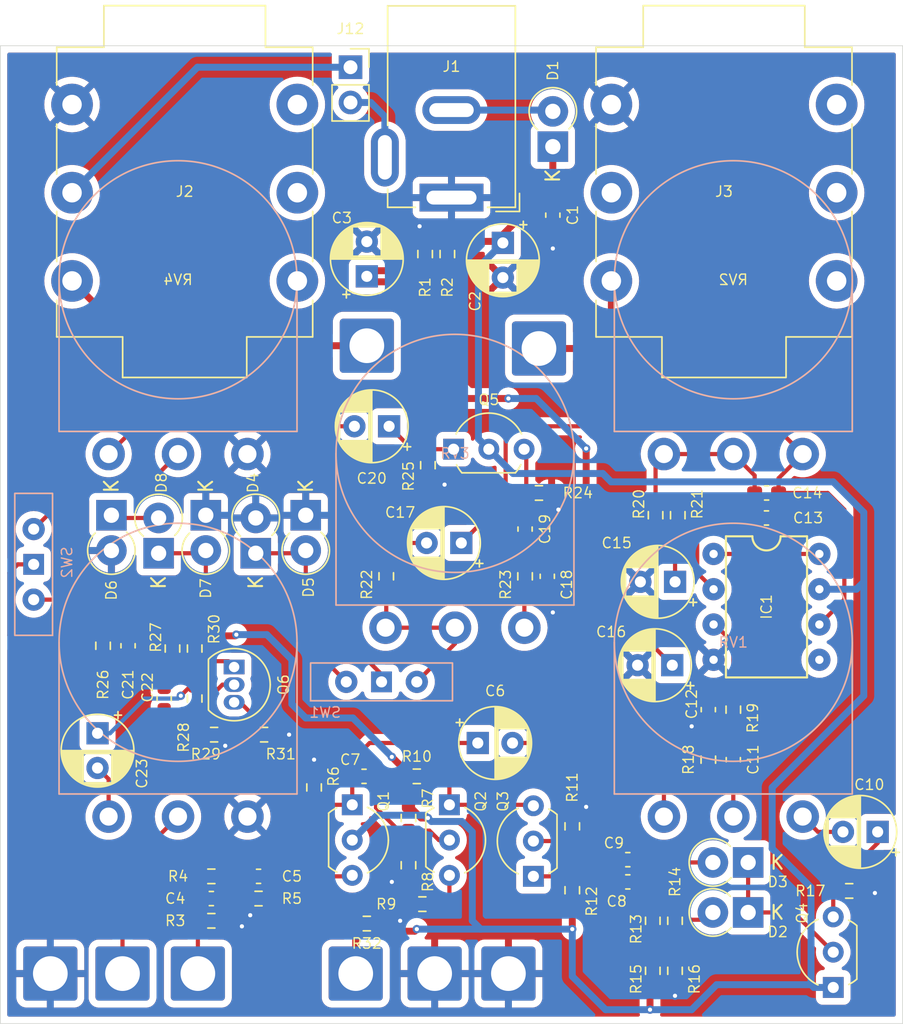
<source format=kicad_pcb>
(kicad_pcb (version 20240108) (generator "pcbnew") (generator_version "8.0")
  (layers (0 "F.Cu" signal) (1 "In1.Cu" signal) (2 "In2.Cu" signal) (31 "B.Cu" signal) (34 "B.Paste" user) (35 "F.Paste" user) (36 "B.SilkS" user "B.Silkscreen") (37 "F.SilkS" user "F.Silkscreen") (38 "B.Mask" user) (39 "F.Mask" user) (44 "Edge.Cuts" user))
  (net 0 "")
  (net 1 "+9V")
  (net 2 "GND")
  (net 3 "VCC")
  (net 4 "OCTAVE_IN")
  (net 5 "Net-(C5-Pad2)")
  (net 6 "Net-(Q1-G)")
  (net 7 "Net-(Q1-D)")
  (net 8 "Net-(C6-Pad2)")
  (net 9 "Net-(Q2-B)")
  (net 10 "Net-(Q3-E)")
  (net 11 "Net-(D2-A)")
  (net 12 "Net-(D3-A)")
  (net 13 "Net-(Q3-C)")
  (net 14 "Net-(C10-Pad2)")
  (net 15 "Net-(Q4-E)")
  (net 16 "DISTORTION_IN")
  (net 17 "Net-(C11-Pad1)")
  (net 18 "Net-(C12-Pad1)")
  (net 19 "Net-(C13-Pad2)")
  (net 20 "Net-(C13-Pad1)")
  (net 21 "Net-(C14-Pad2)")
  (net 22 "Net-(C14-Pad1)")
  (net 23 "Net-(C15-Pad1)")
  (net 24 "Net-(C16-Pad1)")
  (net 25 "Net-(C17-Pad2)")
  (net 26 "Net-(C18-Pad2)")
  (net 27 "Net-(Q5-G)")
  (net 28 "Net-(C20-Pad2)")
  (net 29 "Net-(Q5-D)")
  (net 30 "BOOST_IN")
  (net 31 "Net-(Q6-G)")
  (net 32 "Net-(C22-Pad1)")
  (net 33 "Net-(Q6-D)")
  (net 34 "Net-(C23-Pad2)")
  (net 35 "Net-(D1-A)")
  (net 36 "Net-(D2-K)")
  (net 37 "Net-(D4-K)")
  (net 38 "Net-(D6-K)")
  (net 39 "Net-(D7-A)")
  (net 40 "Net-(J12-Pin_2)")
  (net 41 "Net-(J12-Pin_1)")
  (net 42 "SIGNAL_INPUT")
  (net 43 "OUTPUT")
  (net 44 "OUTPUT_EFFECT")
  (net 45 "Net-(J9-Pin_1)")
  (net 46 "Net-(Q2-E)")
  (net 47 "Net-(Q2-C)")
  (net 48 "Net-(Q6-S)")
  (net 49 "Net-(R13-Pad2)")
  (net 50 "Net-(SW1-B)")
  (net 51 "Net-(R23-Pad1)")
  (net 52 "DISTORTION_OUT")
  (footprint "Capacitor_SMD:C_0603_1608Metric_Pad1.08x0.95mm_HandSolder" (layer "F.Cu") (at 127.6 81.4 -90)
    (property "Reference" "C22")
    (property "Value" "1u" (hide yes))
  )
  (footprint "Resistor_SMD:R_0603_1608Metric_Pad0.98x0.95mm_HandSolder" (layer "F.Cu") (at 148 49.4 -90)
    (property "Reference" "R2")
    (property "Value" "10k" (hide yes))
  )
  (footprint "Resistor_SMD:R_0603_1608Metric_Pad0.98x0.95mm_HandSolder" (layer "F.Cu") (at 164.4 101 -90)
    (property "Reference" "R16")
    (property "Value" "47k" (hide yes))
  )
  (footprint "Diode_THT:D_DO-41_SOD81_P2.54mm_Vertical_KathodeUp" (layer "F.Cu") (at 127.2 70.94 90)
    (property "Reference" "D8")
    (property "Value" "1N4148" (hide yes))
  )
  (footprint "Capacitor_THT:CP_Radial_D5.0mm_P2.50mm" (layer "F.Cu") (at 150.194888 84.6)
    (property "Reference" "C6")
    (property "Value" "1u" (hide yes))
  )
  (footprint "Resistor_SMD:R_0603_1608Metric_Pad0.98x0.95mm_HandSolder" (layer "F.Cu") (at 166.8 85.8 90)
    (property "Reference" "R18")
    (property "Value" "47k" (hide yes))
  )
  (footprint "Resistor_SMD:R_0603_1608Metric_Pad0.98x0.95mm_HandSolder" (layer "F.Cu") (at 131 94.2 180)
    (property "Reference" "R4")
    (property "Value" "1k" (hide yes))
  )
  (footprint "Package_TO_SOT_THT:TO-92_Inline" (layer "F.Cu") (at 132.640001 79.13 -90)
    (property "Reference" "Q6")
    (property "Value" "BS170" (hide yes))
  )
  (footprint "Resistor_SMD:R_0603_1608Metric_Pad0.98x0.95mm_HandSolder" (layer "F.Cu") (at 145.2 90 -90)
    (property "Reference" "R7")
    (property "Value" "470k" (hide yes))
  )
  (footprint "Capacitor_SMD:C_0603_1608Metric_Pad1.08x0.95mm_HandSolder" (layer "F.Cu") (at 142 87 180)
    (property "Reference" "C7")
    (property "Value" "100n" (hide yes))
  )
  (footprint "Resistor_SMD:R_0603_1608Metric_Pad0.98x0.95mm_HandSolder" (layer "F.Cu") (at 157 95.2 90)
    (property "Reference" "R12")
    (property "Value" "10k" (hide yes))
  )
  (footprint "Package_TO_SOT_THT:TO-92L_Inline_Wide" (layer "F.Cu") (at 154.2 94.2 90)
    (property "Reference" "Q3")
    (property "Value" "A970" (hide yes))
  )
  (footprint "Resistor_SMD:R_0603_1608Metric_Pad0.98x0.95mm_HandSolder" (layer "F.Cu") (at 129.8 81.4 90)
    (property "Reference" "R28")
    (property "Value" "470k" (hide yes))
  )
  (footprint "Diode_THT:D_DO-41_SOD81_P2.54mm_Vertical_KathodeUp" (layer "F.Cu") (at 169.668234 96.8 180)
    (property "Reference" "D2")
    (property "Value" "GE" (hide yes))
  )
  (footprint "Connector_Wire:SolderWire-2sqmm_1x01_D2mm_OD3.9mm" (layer "F.Cu") (at 119.4 101.2 90)
    (property "Reference" "J10" (hide yes))
    (property "Value" "Conn_01x01" (hide yes))
  )
  (footprint "Capacitor_SMD:C_0603_1608Metric_Pad1.08x0.95mm_HandSolder" (layer "F.Cu") (at 161 94.6 180)
    (property "Reference" "C8")
    (property "Value" "100n" (hide yes))
  )
  (footprint "Connector_Wire:SolderWire-2sqmm_1x01_D2mm_OD3.9mm" (layer "F.Cu") (at 154.6 56.2 90)
    (property "Reference" "J8" (hide yes))
    (property "Value" "Conn_01x01" (hide yes))
  )
  (footprint "Package_TO_SOT_THT:TO-92L_Inline_Wide" (layer "F.Cu") (at 175.8 102.2 90)
    (property "Reference" "Q4")
    (property "Value" "ZTX690B/BC547" (hide yes))
  )
  (footprint "Capacitor_SMD:C_0603_1608Metric_Pad1.08x0.95mm_HandSolder" (layer "F.Cu") (at 168.6 85.8 -90)
    (property "Reference" "C11")
    (property "Value" "22n" (hide yes))
  )
  (footprint "Capacitor_SMD:C_0603_1608Metric_Pad1.08x0.95mm_HandSolder" (layer "F.Cu") (at 155.6 46.6 -90)
    (property "Reference" "C1")
    (property "Value" "100n" (hide yes))
  )
  (footprint "Diode_THT:D_DO-41_SOD81_P2.54mm_Vertical_KathodeUp" (layer "F.Cu") (at 134.2 70.94 90)
    (property "Reference" "D4")
    (property "Value" "1N4148" (hide yes))
  )
  (footprint "Capacitor_THT:CP_Radial_D5.0mm_P2.50mm" (layer "F.Cu") (at 164.205112 79 180)
    (property "Reference" "C16")
    (property "Value" "2u2" (hide yes))
  )
  (footprint "Resistor_SMD:R_0603_1608Metric_Pad0.98x0.95mm_HandSolder" (layer "F.Cu") (at 163 68.2 90)
    (property "Reference" "R20")
    (property "Value" "47" (hide yes))
  )
  (footprint "Package_TO_SOT_THT:TO-92L_Inline_Wide" (layer "F.Cu") (at 148.15 89.05 -90)
    (property "Reference" "Q2")
    (property "Value" "ZTX690B/BC547" (hide yes))
  )
  (footprint "Connector_Wire:SolderWire-2sqmm_1x01_D2mm_OD3.9mm" (layer "F.Cu") (at 141.4 101.2 90)
    (property "Reference" "J9" (hide yes))
    (property "Value" "Conn_01x01" (hide yes))
  )
  (footprint "Resistor_SMD:R_0603_1608Metric_Pad0.98x0.95mm_HandSolder" (layer "F.Cu") (at 146.4 49.4 90)
    (property "Reference" "R1")
    (property "Value" "10k" (hide yes))
  )
  (footprint "Resistor_SMD:R_0603_1608Metric_Pad0.98x0.95mm_HandSolder" (layer "F.Cu") (at 129.8 77.8 90)
    (property "Reference" "R30")
    (property "Value" "10k" (hide yes))
  )
  (footprint "Capacitor_THT:CP_Radial_D5.0mm_P2.50mm" (layer "F.Cu") (at 143.805112 61.8 180)
    (property "Reference" "C20")
    (property "Value" "1u" (hide yes))
  )
  (footprint "Connector_Wire:SolderWire-2sqmm_1x01_D2mm_OD3.9mm" (layer "F.Cu") (at 147.085714 101.2 90)
    (property "Reference" "J11" (hide yes))
    (property "Value" "Conn_01x01" (hide yes))
  )
  (footprint "Resistor_SMD:R_0603_1608Metric_Pad0.98x0.95mm_HandSolder" (layer "F.Cu") (at 146.6 64.6 -90)
    (property "Reference" "R25")
    (property "Value" "10k" (hide yes))
  )
  (footprint "Connector_Wire:SolderWire-2sqmm_1x01_D2mm_OD3.9mm" (layer "F.Cu") (at 130.028572 101.2 90)
    (property "Reference" "J6" (hide yes))
    (property "Value" "Conn_01x01" (hide yes))
  )
  (footprint "Capacitor_SMD:C_0603_1608Metric_Pad1.08x0.95mm_HandSolder" (layer "F.Cu") (at 153.6 69.2 -90)
    (property "Reference" "C19")
    (property "Value" "22n" (hide yes))
  )
  (footprint "Resistor_SMD:R_0603_1608Metric_Pad0.98x0.95mm_HandSolder" (layer "F.Cu") (at 168.6 82.2 90)
    (property "Reference" "R19")
    (property "Value" "1k" (hide yes))
  )
  (footprint "Resistor_SMD:R_0603_1608Metric_Pad0.98x0.95mm_HandSolder" (layer "F.Cu") (at 128.2 77.8 -90)
    (property "Reference" "R27")
    (property "Value" "1k" (hide yes))
  )
  (footprint "Connector_PinSocket_2.54mm:PinSocket_1x02_P2.54mm_Vertical" (layer "F.Cu") (at 141.025 35.95)
    (property "Reference" "J12")
    (property "Value" "Conn_01x02" (hide yes))
  )
  (footprint "Connector_Wire:SolderWire-2sqmm_1x01_D2mm_OD3.9mm" (layer "F.Cu") (at 142.2 56 90)
    (property "Reference" "J4" (hide yes))
    (property "Value" "Conn_01x01" (hide yes))
  )
  (footprint "LM308:DIL08" (layer "F.Cu") (at 170.99 74.8 -90)
    (property "Reference" "IC1")
    (property "Value" "LM308/OP07" (hide yes))
  )
  (footprint "Resistor_SMD:R_0603_1608Metric_Pad0.98x0.95mm_HandSolder" (layer "F.Cu") (at 154.6 66.6)
    (property "Reference" "R24")
    (property "Value" "1M" (hide yes))
  )
  (footprint "Diode_THT:D_DO-41_SOD81_P2.54mm_Vertical_KathodeUp" (layer "F.Cu") (at 130.6 68.203532 -90)
    (property "Reference" "D7")
    (property "Value" "1N4148" (hide yes))
  )
  (footprint "Capacitor_SMD:C_0603_1608Metric_Pad1.08x0.95mm_HandSolder" (layer "F.Cu") (at 134.4 94.2 180)
    (property "Reference" "C5")
    (property "Value" "100n" (hide yes))
  )
  (footprint "Resistor_SMD:R_0603_1608Metric_Pad0.98x0.95mm_HandSolder" (layer "F.Cu") (at 143.6 72.6 -90)
    (property "Reference" "R22")
    (property "Value" "1k" (hide yes))
  )
  (footprint "Package_TO_SOT_THT:TO-92L_Inline_Wide" (layer "F.Cu") (at 148.45 63.45)
    (property "Reference" "Q5")
    (property "Value" "J109" (hide yes))
  )
  (footprint "Resistor_SMD:R_0603_1608Metric_Pad0.98x0.95mm_HandSolder" (layer "F.Cu") (at 145.8 87)
    (property "Reference" "R10")
    (property "Value" "22k" (hide yes))
  )
  (footprint "Resistor_SMD:R_0603_1608Metric_Pad0.98x0.95mm_HandSolder" (layer "F.Cu") (at 142.2 97.6 180)
    (property "Reference" "R32")
    (property "Value" "1k" (hide yes))
  )
  (footprint "Capacitor_THT:CP_Radial_D5.0mm_P2.50mm" (layer "F.Cu") (at 179 91 180)
    (property "Reference" "C10")
    (property "Value" "1u" (hide yes))
  )
  (footprint "Resistor_SMD:R_0603_1608Metric_Pad0.98x0.95mm_HandSolder" (layer "F.Cu") (at 164.4 97.4 90)
    (property "Reference" "R14")
    (property "Value" "100k" (hide yes))
  )
  (footprint "Resistor_SMD:R_0603_1608Metric_Pad0.98x0.95mm_HandSolder" (layer "F.Cu") (at 153.6 72.6 90)
    (property "Reference" "R23")
    (property "Value" "1k5" (hide yes))
  )
  (footprint "Resistor_SMD:R_0603_1608Metric_Pad0.98x0.95mm_HandSolder" (layer "F.Cu") (at 131 97.4)
    (property "Reference" "R3")
    (property "Value" "1M" (hide yes))
  )
  (footprint "Resistor_SMD:R_0603_1608Metric_Pad0.98x0.95mm_HandSolder" (layer "F.Cu") (at 131.2 84 180)
    (property "Reference" "R29")
    (property "Value" "470k" (hide yes))
  )
  (footprint "Diode_THT:D_DO-41_SOD81_P2.54mm_Vertical_KathodeUp" (layer "F.Cu") (at 137.8 68.203532 -90)
    (property "Reference" "D5")
    (property "Value" "1N4148" (hide yes))
  )
  (footprint "Capacitor_THT:CP_Radial_D5.0mm_P2.50mm" (layer "F.Cu") (at 164.405113 73 180)
    (property "Reference" "C15")
    (property "Value" "4u7" (hide yes))
  )
  (footprint "Capacitor_SMD:C_0603_1608Metric_Pad1.08x0.95mm_HandSolder" (layer "F.Cu") (at 125 77.6 -90)
    (property "Reference" "C21")
    (property "Value" "100p" (hide yes))
  )
  (footprint "Capacitor_SMD:C_0603_1608Metric_Pad1.08x0.95mm_HandSolder" (layer "F.Cu") (at 166.8 82.2 -90)
    (property "Reference" "C12")
    (property "Value" "1n" (hide yes))
  )
  (footprint "Resistor_SMD:R_0603_1608Metric_Pad0.98x0.95mm_HandSolder" (layer "F.Cu") (at 164.6 68.2 90)
    (property "Reference" "R21")
    (property "Value" "560" (hide yes))
  )
  (footprint "Resistor_SMD:R_0603_1608Metric_Pad0.98x0.95mm_HandSolder" (layer "F.Cu") (at 138.4 87.8 90)
    (property "Reference" "R6")
    (property "Value" "10k" (hide yes))
  )
  (footprint "Connector_Wire:SolderWire-2sqmm_1x01_D2mm_OD3.9mm" (layer "F.Cu") (at 124.6 101.2 90)
    (property "Reference" "J7" (hide yes))
    (property "Value" "Conn_01x01" (hide yes))
  )
  (footprint "Resistor_SMD:R_0603_1608Metric_Pad0.98x0.95mm_HandSolder" (layer "F.Cu") (at 134.8 84 180)
    (property "Reference" "R31")
    (property "Value" "470" (hide yes))
  )
  (footprint "Diode_THT:D_DO-41_SOD81_P2.54mm_Vertical_KathodeUp" (layer "F.Cu") (at 155.6 41.668234 90)
    (property "Reference" "D1")
    (property "Value" "1N4007" (hide yes))
  )
  (footprint "Resistor_SMD:R_0603_1608Metric_Pad0.98x0.95mm_HandSolder" (layer "F.Cu") (at 146.2 96.2 180)
    (property "Reference" "R9")
    (property "Value" "2k2" (hide yes))
  )
  (footprint "Resistor_SMD:R_0603_1608Metric_Pad0.98x0.95mm_HandSolder" (layer "F.Cu") (at 162.8 97.4 -90)
    (property "Reference" "R13")
    (property "Value" "100k" (hide yes))
  )
  (footprint "Connector_Audio:Jack_6.35mm_Neutrik_NMJ6HCD2_Horizontal" (layer "F.Cu") (at 159.815 51.335 90)
    (property "Reference" "J3")
    (property "Value" "AudioJack2" (hide yes))
  )
  (footprint "Resistor_SMD:R_0603_1608Metric_Pad0.98x0.95mm_HandSolder" (layer "F.Cu") (at 157 90.6 90)
    (property "Reference" "R11")
    (property "Value" "10k" (hide yes))
  )
  (footprint "Resistor_SMD:R_0603_1608Metric_Pad0.98x0.95mm_HandSolder" (layer "F.Cu") (at 123.2 77.6 -90)
    (property "Reference" "R26")
    (property "Value" "1M" (hide yes))
  )
  (footprint "Connector_BarrelJack:BarrelJack_GCT_DCJ200-10-A_Horizontal" (layer "F.Cu") (at 148.3 45.335 180)
    (property "Reference" "J1")
    (property "Value" "Barrel_Jack_Switch" (hide yes))
  )
  (footprint "Package_TO_SOT_THT:TO-92L_Inline_Wide" (layer "F.Cu") (at 141.15 89.05 -90)
    (property "Reference" "Q1")
    (property "Value" "J109" (hide yes))
  )
  (footprint "Capacitor_THT:CP_Radial_D5.0mm_P2.50mm" (layer "F.Cu") (at 149.005113 70.2 180)
    (property "Reference" "C17")
    (property "Value" "4u7" (hide yes))
  )
  (footprint "Capacitor_SMD:C_0603_1608Metric_Pad1.08x0.95mm_HandSolder" (layer "F.Cu") (at 155.2 72.6 90)
    (property "Reference" "C18")
    (property "Value" "3n3" (hide yes))
  )
  (footprint "Connector_Audio:Jack_6.35mm_Neutrik_NMJ6HCD2_Horizontal" (layer "F.Cu") (at 120.965 51.335 90)
    (property "Reference" "J2")
    (property "Value" "AudioJack3" (hide yes))
  )
  (footprint "Resistor_SMD:R_0603_1608Metric_Pad0.98x0.95mm_HandSolder" (layer "F.Cu") (at 145.2 93.4 -90)
    (property "Reference" "R8")
    (property "Value" "47k" (hide yes))
  )
  (footprint "Capacitor_SMD:C_0603_1608Metric_Pad1.08x0.95mm_HandSolder" (layer "F.Cu") (at 170.989999 68.400002)
    (property "Reference" "C13")
    (property "Value" "30p" (hide yes))
  )
  (footprint "Connector_Wire:SolderWire-2sqmm_1x01_D2mm_OD3.9mm" (layer "F.Cu") (at 152.4 101.2 90)
    (property "Reference" "J5" (hide yes))
    (property "Value" "Conn_01x01" (hide yes))
  )
  (footprint "Diode_THT:D_DO-41_SOD81_P2.54mm_Vertical_KathodeUp" (layer "F.Cu") (at 169.668234 93.2 180)
    (property "Reference" "D3")
    (property "Value" "GE" (hide yes))
  )
  (footprint "Diode_THT:D_DO-41_SOD81_P2.54mm_Vertical_KathodeUp" (layer "F.Cu") (at 123.8 68.203533 -90)
    (property "Reference" "D6")
    (property "Value" "LED" (hide yes))
  )
  (footprint "Capacitor_SMD:C_0603_1608Metric_Pad1.08x0.95mm_HandSolder" (layer "F.Cu") (at 161 93 180)
    (property "Reference" "C9")
    (property "Value" "100n" (hide yes))
  )
  (footprint "Capacitor_THT:CP_Radial_D5.0mm_P2.50mm" (layer "F.Cu") (at 152 48.594887 -90)
    (property "Reference" "C2")
    (property "Value" "100u" (hide yes))
  )
  (footprint "Capacitor_SMD:C_0603_1608Metric_Pad1.08x0.95mm_HandSolder" (layer "F.Cu") (at 171 66.6 180)
    (property "Reference" "C14")
    (property "Value" "100p" (hide yes))
  )
  (footprint "Capacitor_SMD:C_0603_1608Metric_Pad1.08x0.95mm_HandSolder" (layer "F.Cu") (at 131 95.8 180)
    (property "Reference" "C4")
    (property "Value" "100p" (hide yes))
  )
  (footprint "Capacitor_THT:CP_Radial_D5.0mm_P2.50mm" (layer "F.Cu") (at 142.2 51.005113 90)
    (property "Reference" "C3")
    (property "Value" "10u" (hide yes))
  )
  (footprint "Resistor_SMD:R_0603_1608Metric_Pad0.98x0.95mm_HandSolder" (layer "F.Cu") (at 134.4 95.8 180)
    (property "Reference" "R5")
    (property "Value" "1M" (hide yes))
  )
  (footprint "Capacitor_THT:CP_Radial_D5.0mm_P2.50mm" (layer "F.Cu") (at 122.8 83.9 -90)
    (property "Reference" "C23")
    (property "Value" "10u" (hide yes))
  )
  (footprint "Resistor_SMD:R_0603_1608Metric_Pad0.98x0.95mm_HandSolder" (layer "F.Cu") (at 176.949997 95.25)
    (property "Reference" "R17")
    (property "Value" "10k" (hide yes))
  )
  (footprint "Resistor_SMD:R_0603_1608Metric_Pad0.98x0.95mm_HandSolder" (layer "F.Cu") (at 162.8 101 90)
    (property "Reference" "R15")
    (property "Value" "47k" (hide yes))
  )
  (footprint "Potentiometer_THT:Potentiometer_Omeg_PC16BU_Vertical" (layer "B.Cu") (at 163.6 63.8 90)
    (property "Reference" "RV2")
    (property "Value" "A 100k" (hide yes))
  )
  (footprint "Button_Switch_THT:SW_Slide-03_Wuerth-WS-SLTV_10x2.5x6.4_P2.54mm" (layer "B.Cu") (at 118.2 71.74 -90)
    (property "Reference" "SW2")
    (property "Value" "SW_SPDT" (hide yes))
  )
  (footprint "Potentiometer_THT:Potentiometer_Omeg_PC16BU_Vertical" (layer "B.Cu") (at 143.55 76.3 90)
    (property "Reference" "RV3")
    (property "Value" "A 100k" (hide yes))
  )
  (footprint "Potentiometer_THT:Potentiometer_Omeg_PC16BU_Vertical" (layer "B.Cu") (at 123.6 89.9 90)
    (property "Reference" "RV5" (hide yes))
    (property "Value" "A 100k" (hide yes))
  )
  (footprint "Potentiometer_THT:Potentiometer_Omeg_PC16BU_Vertical" (layer "B.Cu") (at 123.6 63.8 90)
    (property "Reference" "RV4")
    (property "Value" "A 100k" (hide yes))
  )
  (footprint "Button_Switch_THT:SW_Slide-03_Wuerth-WS-SLTV_10x2.5x6.4_P2.54mm" (layer "B.Cu") (at 143.26 80.2 180)
    (property "Reference" "SW1")
    (property "Value" "SW_SPDT" (hide yes))
  )
  (footprint "Potentiometer_THT:Potentiometer_Omeg_PC16BU_Vertical" (layer "B.Cu") (at 163.6 89.9 90)
    (property "Reference" "RV1")
    (property "Value" "B 50k" (hide yes))
  )
  (gr_rect (start 115.8 34.4) (end 180.8 104.8) (stroke (width 0.05)) (fill none) (layer "Edge.Cuts"))
  (segment (start 144.8875 88.775) (end 145.2 89.0875) (width 0.5) (layer "F.Cu") (net 1))
  (segment (start 146.6 90) (end 146.1125 90) (width 0.5) (layer "F.Cu") (net 1))
  (segment (start 143.6625 98.15) (end 143.1125 97.6) (width 0.5) (layer "F.Cu") (net 1))
  (segment (start 144.8875 87) (end 144.8875 86.4875) (width 0.5) (layer "F.Cu") (net 1))
  (segment (start 132.7125 76.8875) (end 132.8 76.8) (width 0.5) (layer "F.Cu") (net 1))
  (segment (start 151.892613 48.4875) (end 152 48.594887) (width 0.5) (layer "F.Cu") (net 1))
  (segment (start 157 98) (end 157 96.1125) (width 0.5) (layer "F.Cu") (net 1))
  (segment (start 144.8875 86.4875) (end 144 85.6) (width 0.5) (layer "F.Cu") (net 1))
  (segment (start 148 48.4875) (end 151.892613 48.4875) (width 0.5) (layer "F.Cu") (net 1))
  (segment (start 162.6 102.1125) (end 162.8 101.9125) (width 0.5) (layer "F.Cu") (net 1))
  (segment (start 162.6 103.8) (end 162.6 102.1125) (width 0.5) (layer "F.Cu") (net 1))
  (segment (start 145.65 98.15) (end 143.6625 98.15) (width 0.5) (layer "F.Cu") (net 1))
  (segment (start 152 48.594887) (end 152 48) (width 0.5) (layer "F.Cu") (net 1))
  (segment (start 144.8875 87) (end 144.8875 88.775) (width 0.5) (layer "F.Cu") (net 1))
  (segment (start 155.6 41.668234) (end 155.6 45.737499) (width 0.5) (layer "F.Cu") (net 1))
  (segment (start 154.262501 45.737499) (end 155.6 45.737499) (width 0.5) (layer "F.Cu") (net 1))
  (segment (start 129.8 76.8875) (end 132.7125 76.8875) (width 0.5) (layer "F.Cu") (net 1))
  (segment (start 146.1125 90) (end 145.2 89.0875) (width 0.5) (layer "F.Cu") (net 1))
  (segment (start 152 48) (end 154.262501 45.737499) (width 0.5) (layer "F.Cu") (net 1))
  (segment (start 145.8 98) (end 145.65 98.15) (width 0.5) (layer "F.Cu") (net 1))
  (via (at 144 85.6) (size 0.6) (drill 0.3) (layers "F.Cu" "B.Cu") (net 1))
  (via (at 145.8 98) (size 0.6) (drill 0.3) (layers "F.Cu" "B.Cu") (net 1))
  (via (at 157 98) (size 0.6) (drill 0.3) (layers "F.Cu" "B.Cu") (net 1))
  (via (at 132.8 76.8) (size 0.6) (drill 0.3) (layers "F.Cu" "B.Cu") (net 1))
  (via (at 162.6 103.8) (size 0.6) (drill 0.3) (layers "F.Cu" "B.Cu") (net 1))
  (via (at 146.6 90) (size 0.6) (drill 0.3) (layers "F.Cu" "B.Cu") (net 1))
  (segment (start 146.4 89.8) (end 146.6 90) (width 0.5) (layer "B.Cu") (net 1))
  (segment (start 145.8 98) (end 150.4 98) (width 0.5) (layer "B.Cu") (net 1))
  (segment (start 146.85 90.25) (end 146.6 90) (width 0.5) (layer "B.Cu") (net 1))
  (segment (start 178 81.2) (end 171.4 87.8) (width 0.5) (layer "B.Cu") (net 1))
  (segment (start 159.2 65.2) (end 159.8 65.8) (width 0.5) (layer "B.Cu") (net 1))
  (segment (start 144 85.6) (end 141.2 82.8) (width 0.5) (layer "B.Cu") (net 1))
  (segment (start 159.8 65.8) (end 175.8 65.8) (width 0.5) (layer "B.Cu") (net 1))
  (segment (start 135 76.8) (end 132.8 76.8) (width 0.5) (layer "B.Cu") (net 1))
  (segment (start 136.8 78.6) (end 135 76.8) (width 0.5) (layer "B.Cu") (net 1))
  (segment (start 174.4 102.2) (end 175.8 102.2) (width 0.5) (layer "B.Cu") (net 1))
  (segment (start 141.2 82.8) (end 137.8 82.8) (width 0.5) (layer "B.Cu") (net 1))
  (segment (start 157.6 102) (end 157 101.4) (width 0.5) (layer "B.Cu") (net 1))
  (segment (start 159.4 103.8) (end 157.6 102) (width 0.5) (layer "B.Cu") (net 1))
  (segment (start 150.24 62.7) (end 150.99 63.45) (width 0.5) (layer "B.Cu") (net 1))
  (segment (start 150.99 63.45) (end 152.74 65.2) (width 0.5) (layer "B.Cu") (net 1))
  (segment (start 174.2 95) (end 174.2 102) (width 0.5) (layer "B.Cu") (net 1))
  (segment (start 171.4 92.2) (end 174.2 95) (width 0.5) (layer "B.Cu") (net 1))
  (segment (start 142.94 89.8) (end 146.4 89.8) (width 0.5) (layer "B.Cu") (net 1))
  (segment (start 152 48.594887) (end 150.24 50.354887) (width 0.5) (layer "B.Cu") (net 1))
  (segment (start 166 103.4) (end 165.6 103.8) (width 0.5) (layer "B.Cu") (net 1))
  (segment (start 174.2 102) (end 167.4 102) (width 0.5) (layer "B.Cu") (net 1))
  (segment (start 141.15 91.59) (end 142.94 89.8) (width 0.5) (layer "B.Cu") (net 1))
  (segment (start 177.47 73.53) (end 174.8 73.53) (width 0.5) (layer "B.Cu") (net 1))
  (segment (start 178 68) (end 178 73) (width 0.5) (layer "B.Cu") (net 1))
  (segment (start 150.4 98) (end 157 98) (width 0.5) (layer "B.Cu") (net 1))
  (segment (start 178 73) (end 178 81.2) (width 0.5) (layer "B.Cu") (net 1))
  (segment (start 178 73) (end 177.47 73.53) (width 0.5) (layer "B.Cu") (net 1))
  (segment (start 149.8 97.4) (end 149.8 91) (width 0.5) (layer "B.Cu") (net 1))
  (segment (start 174.2 102) (end 174.4 102.2) (width 0.5) (layer "B.Cu") (net 1))
  (segment (start 149.8 91) (end 149.05 90.25) (width 0.5) (layer "B.Cu") (net 1))
  (segment (start 136.8 81.8) (end 136.8 78.6) (width 0.5) (layer "B.Cu") (net 1))
  (segment (start 150.4 98) (end 149.8 97.4) (width 0.5) (layer "B.Cu") (net 1))
  (segment (start 149.05 90.25) (end 146.85 90.25) (width 0.5) (layer "B.Cu") (net 1))
  (segment (start 162.6 103.8) (end 159.4 103.8) (width 0.5) (layer "B.Cu") (net 1))
  (segment (start 171.4 87.8) (end 171.4 92.2) (width 0.5) (layer "B.Cu") (net 1))
  (segment (start 175.8 65.8) (end 178 68) (width 0.5) (layer "B.Cu") (net 1))
  (segment (start 137.8 82.8) (end 136.8 81.8) (width 0.5) (layer "B.Cu") (net 1))
  (segment (start 167.4 102) (end 166 103.4) (width 0.5) (layer "B.Cu") (net 1))
  (segment (start 150.24 50.354887) (end 150.24 62.7) (width 0.5) (layer "B.Cu") (net 1))
  (segment (start 152.74 65.2) (end 159.2 65.2) (width 0.5) (layer "B.Cu") (net 1))
  (segment (start 165.6 103.8) (end 162.6 103.8) (width 0.5) (layer "B.Cu") (net 1))
  (segment (start 157 101.4) (end 157 98) (width 0.5) (layer "B.Cu") (net 1))
  (segment (start 155.5125 67.3125) (end 156 67.8) (width 0.3) (layer "F.Cu") (net 2))
  (segment (start 131.862501 97.350001) (end 131.9125 97.4) (width 0.3) (layer "F.Cu") (net 2))
  (segment (start 147.3125 65.5125) (end 147.8 66) (width 0.3) (layer "F.Cu") (net 2))
  (segment (start 178.65 95.25) (end 178.8 95.4) (width 0.3) (layer "F.Cu") (net 2))
  (segment (start 131.862501 95.8) (end 133.4875 95.8) (width 0.3) (layer "F.Cu") (net 2))
  (segment (start 145.2875 94.4) (end 145.2 94.3125) (width 0.3) (layer "F.Cu") (net 2))
  (segment (start 133.4875 96.6875) (end 133.8 97) (width 0.3) (layer "F.Cu") (net 2))
  (segment (start 145.2 94.3125) (end 144.2875 94.3125) (width 0.3) (layer "F.Cu") (net 2))
  (segment (start 164.4 101.9125) (end 164.4 102.8) (width 0.5) (layer "F.Cu") (net 2))
  (segment (start 155.5125 66.6) (end 155.5125 67.3125) (width 0.3) (layer "F.Cu") (net 2))
  (segment (start 157 89.6875) (end 157.5125 89.6875) (width 0.3) (layer "F.Cu") (net 2))
  (segment (start 132.1125 84) (end 132.1125 84.6875) (width 0.3) (layer "F.Cu") (net 2))
  (segment (start 144.2875 94.3125) (end 144 94.6) (width 0.3) (layer "F.Cu") (net 2))
  (segment (start 138.4 86.8875) (end 138.4 85.8) (width 0.3) (layer "F.Cu") (net 2))
  (segment (start 145.2875 96.7125) (end 144.6 97.4) (width 0.3) (layer "F.Cu") (net 2))
  (segment (start 133.4875 95.8) (end 133.4875 96.6875) (width 0.3) (layer "F.Cu") (net 2))
  (segment (start 146.6 65.5125) (end 147.3125 65.5125) (width 0.3) (layer "F.Cu") (net 2))
  (segment (start 146.4 47.8) (end 146 47.4) (width 0.5) (layer "F.Cu") (net 2))
  (segment (start 155.6 47.462501) (end 155.6 49) (width 0.5) (layer "F.Cu") (net 2))
  (segment (start 166.8 83.062501) (end 165.937499 83.062501) (width 0.3) (layer "F.Cu") (net 2))
  (segment (start 131.9125 97.4) (end 132.8 97.4) (width 0.3) (layer "F.Cu") (net 2))
  (segment (start 132.8 97.4) (end 133.2 97.8) (width 0.3) (layer "F.Cu") (net 2))
  (segment (start 135.7125 84) (end 136.6 84) (width 0.3) (layer "F.Cu") (net 2))
  (segment (start 155.2 74.8) (end 155.6 75.2) (width 0.3) (layer "F.Cu") (net 2))
  (segment (start 146.4 48.4875) (end 146.4 47.8) (width 0.5) (layer "F.Cu") (net 2))
  (segment (start 155.2 73.462501) (end 155.2 74.8) (width 0.3) (layer "F.Cu") (net 2))
  (segment (start 131.862501 95.8) (end 131.862501 97.350001) (width 0.3) (layer "F.Cu") (net 2))
  (segment (start 165.937499 83.062501) (end 165.6 83.4) (width 0.3) (layer "F.Cu") (net 2))
  (segment (start 145.2875 96.2) (end 145.2875 94.4) (width 0.3) (layer "F.Cu") (net 2))
  (segment (start 132.1125 84.6875) (end 132 84.8) (width 0.3) (layer "F.Cu") (net 2))
  (segment (start 157.5125 89.6875) (end 158 89.2) (width 0.3) (layer "F.Cu") (net 2))
  (segment (start 177.862497 95.25) (end 178.65 95.25) (width 0.3) (layer "F.Cu") (net 2))
  (segment (start 145.2875 96.2) (end 145.2875 96.7125) (width 0.3) (layer "F.Cu") (net 2))
  (via (at 133.2 97.8) (size 0.6) (drill 0.3) (layers "F.Cu" "B.Cu") (net 2))
  (via (at 158 89.2) (size 0.6) (drill 0.3) (layers "F.Cu" "B.Cu") (net 2))
  (via (at 165.6 83.4) (size 0.6) (drill 0.3) (layers "F.Cu" "B.Cu") (net 2))
  (via (at 144.6 97.4) (size 0.6) (drill 0.3) (layers "F.Cu" "B.Cu") (net 2))
  (via (at 156 67.8) (size 0.6) (drill 0.3) (layers "F.Cu" "B.Cu") (net 2))
  (via (at 155.6 49) (size 0.6) (drill 0.3) (layers "F.Cu" "B.Cu") (net 2))
  (via (at 132 84.8) (size 0.6) (drill 0.3) (layers "F.Cu" "B.Cu") (net 2))
  (via (at 147.8 66) (size 0.6) (drill 0.3) (layers "F.Cu" "B.Cu") (net 2))
  (via (at 146 47.4) (size 0.6) (drill 0.3) (layers "F.Cu" "B.Cu") (net 2))
  (via (at 155.6 75.2) (size 0.6) (drill 0.3) (layers "F.Cu" "B.Cu") (net 2))
  (via (at 164.4 102.8) (size 0.6) (drill 0.3) (layers "F.Cu" "B.Cu") (net 2))
  (via (at 178.8 95.4) (size 0.6) (drill 0.3) (layers "F.Cu" "B.Cu") (net 2))
  (via (at 133.8 97) (size 0.6) (drill 0.3) (layers "F.Cu" "B.Cu") (net 2))
  (via (at 144 94.6) (size 0.6) (drill 0.3) (layers "F.Cu" "B.Cu") (net 2))
  (via (at 138.4 85.8) (size 0.6) (drill 0.3) (layers "F.Cu" "B.Cu") (net 2))
  (via (at 136.6 84) (size 0.6) (drill 0.3) (layers "F.Cu" "B.Cu") (net 2))
  (segment (start 166.8 86.7125) (end 163.5125 86.7125) (width 0.5) (layer "F.Cu") (net 3))
  (segment (start 145 53.6) (end 145 52) (width 0.5) (layer "F.Cu") (net 3))
  (segment (start 146.4 50.3125) (end 148 50.3125) (width 0.5) (layer "F.Cu") (net 3))
  (segment (start 146.1125 50.6) (end 142.605113 50.6) (width 0.5) (layer "F.Cu") (net 3))
  (segment (start 158 81.2) (end 158 63.4) (width 0.5) (layer "F.Cu") (net 3))
  (segment (start 152.4 59.8) (end 149.4 59.8) (width 0.5) (layer "F.Cu") (net 3))
  (segment (start 146.4 50.3125) (end 146.1125 50.6) (width 0.5) (layer "F.Cu") (net 3))
  (segment (start 149.4 59.8) (end 145.8 56.2) (width 0.5) (layer "F.Cu") (net 3))
  (segment (start 163.5125 86.7125) (end 159.6 82.8) (width 0.5) (layer "F.Cu") (net 3))
  (segment (start 145.8 56.2) (end 145.8 54.4) (width 0.5) (layer "F.Cu") (net 3))
  (segment (start 145.8 54.4) (end 145 53.6) (width 0.5) (layer "F.Cu") (net 3))
  (segment (start 142.594887 51.4) (end 142.2 51.005113) (width 0.5) (layer "F.Cu") (net 3))
  (segment (start 145 52) (end 144.4 51.4) (width 0.5) (layer "F.Cu") (net 3))
  (segment (start 144.4 51.4) (end 142.594887 51.4) (width 0.5) (layer "F.Cu") (net 3))
  (segment (start 142.605113 50.6) (end 142.2 51.005113) (width 0.5) (layer "F.Cu") (net 3))
  (segment (start 159.6 82.8) (end 158 81.2) (width 0.5) (layer "F.Cu") (net 3))
  (via (at 158 63.4) (size 0.6) (drill 0.3) (layers "F.Cu" "B.Cu") (net 3))
  (via (at 152.4 59.8) (size 0.6) (drill 0.3) (layers "F.Cu" "B.Cu") (net 3))
  (segment (start 153.6 59.8) (end 152.4 59.8) (width 0.5) (layer "B.Cu") (net 3))
  (segment (start 158 63.4) (end 154.4 59.8) (width 0.5) (layer "B.Cu") (net 3))
  (segment (start 154.4 59.8) (end 153.6 59.8) (width 0.5) (layer "B.Cu") (net 3))
  (segment (start 130.028572 94.258928) (end 130.0875 94.2) (width 0.3) (layer "F.Cu") (net 4))
  (segment (start 130.028572 101.2) (end 130.028572 94.258928) (width 0.3) (layer "F.Cu") (net 4))
  (segment (start 131.9125 94.2) (end 133.537499 94.2) (width 0.3) (layer "F.Cu") (net 5))
  (segment (start 135.262501 94.2) (end 135.262501 95.750001) (width 0.3) (layer "F.Cu") (net 6))
  (segment (start 135.262501 95.750001) (end 135.3125 95.8) (width 0.3) (layer "F.Cu") (net 6))
  (segment (start 135.262501 94.2) (end 141.079999 94.2) (width 0.3) (layer "F.Cu") (net 6))
  (segment (start 141.079999 94.2) (end 141.15 94.129999) (width 0.3) (layer "F.Cu") (net 6))
  (segment (start 142.4 84.6) (end 150.194888 84.6) (width 0.3) (layer "F.Cu") (net 7))
  (segment (start 138.7375 89.05) (end 138.4 88.7125) (width 0.3) (layer "F.Cu") (net 7))
  (segment (start 141.15 89.05) (end 138.7375 89.05) (width 0.3) (layer "F.Cu") (net 7))
  (segment (start 141.137499 87) (end 141.137499 85.862501) (width 0.3) (layer "F.Cu") (net 7))
  (segment (start 141.15 87.012501) (end 141.137499 87) (width 0.3) (layer "F.Cu") (net 7))
  (segment (start 141.15 89.05) (end 141.15 87.012501) (width 0.3) (layer "F.Cu") (net 7))
  (segment (start 141.137499 85.862501) (end 142.4 84.6) (width 0.3) (layer "F.Cu") (net 7))
  (segment (start 160 84.6) (end 163.6 88.2) (width 0.3) (layer "F.Cu") (net 8))
  (segment (start 163.6 88.2) (end 163.6 89.9) (width 0.3) (layer "F.Cu") (net 8))
  (segment (start 152.694888 84.6) (end 160 84.6) (width 0.3) (layer "F.Cu") (net 8))
  (segment (start 146.7125 90.9125) (end 145.2 90.9125) (width 0.3) (layer "F.Cu") (net 9))
  (segment (start 144.5125 90.9125) (end 145.2 90.9125) (width 0.3) (layer "F.Cu") (net 9))
  (segment (start 142.862501 89.262501) (end 144.5125 90.9125) (width 0.3) (layer "F.Cu") (net 9))
  (segment (start 147.39 91.59) (end 146.7125 90.9125) (width 0.3) (layer "F.Cu") (net 9))
  (segment (start 145.2 90.9125) (end 145.2 92.4875) (width 0.3) (layer "F.Cu") (net 9))
  (segment (start 148.15 91.59) (end 147.39 91.59) (width 0.3) (layer "F.Cu") (net 9))
  (segment (start 142.862501 87) (end 142.862501 89.262501) (width 0.3) (layer "F.Cu") (net 9))
  (segment (start 157.4875 94.2875) (end 157.8 94.6) (width 0.3) (layer "F.Cu") (net 10))
  (segment (start 154.2 94.2) (end 156.9125 94.2) (width 0.3) (layer "F.Cu") (net 10))
  (segment (start 157.8 94.6) (end 160.137499 94.6) (width 0.3) (layer "F.Cu") (net 10))
  (segment (start 156.9125 94.2) (end 157 94.2875) (width 0.3) (layer "F.Cu") (net 10))
  (segment (start 157 94.2875) (end 157.4875 94.2875) (width 0.3) (layer "F.Cu") (net 10))
  (segment (start 162.8 96.4875) (end 162.8 95.537499) (width 0.3) (layer "F.Cu") (net 11))
  (segment (start 162.8 95.537499) (end 161.862501 94.6) (width 0.3) (layer "F.Cu") (net 11))
  (segment (start 163.6375 97.325) (end 166.603234 97.325) (width 0.3) (layer "F.Cu") (net 11))
  (segment (start 166.603234 97.325) (end 167.128234 96.8) (width 0.3) (layer "F.Cu") (net 11))
  (segment (start 162.8 96.4875) (end 163.6375 97.325) (width 0.3) (layer "F.Cu") (net 11))
  (segment (start 161.862501 93) (end 163.2 93) (width 0.3) (layer "F.Cu") (net 12))
  (segment (start 165.4 93.2) (end 164.4 94.2) (width 0.3) (layer "F.Cu") (net 12))
  (segment (start 163.2 93) (end 164.4 94.2) (width 0.3) (layer "F.Cu") (net 12))
  (segment (start 167.128234 93.2) (end 165.4 93.2) (width 0.3) (layer "F.Cu") (net 12))
  (segment (start 164.4 94.2) (end 164.4 96.4875) (width 0.3) (layer "F.Cu") (net 12))
  (segment (start 156.8525 91.66) (end 157 91.5125) (width 0.3) (layer "F.Cu") (net 13))
  (segment (start 154.2 91.66) (end 156.8525 91.66) (width 0.3) (layer "F.Cu") (net 13))
  (segment (start 157.5125 91.5125) (end 157 91.5125) (width 0.3) (layer "F.Cu") (net 13))
  (segment (start 159 93) (end 157.5125 91.5125) (width 0.3) (layer "F.Cu") (net 13))
  (segment (start 160.137499 93) (end 159 93) (width 0.3) (layer "F.Cu") (net 13))
  (segment (start 174.7 91) (end 173.6 89.9) (width 0.3) (layer "F.Cu") (net 14))
  (segment (start 176.5 91) (end 174.7 91) (width 0.3) (layer "F.Cu") (net 14))
  (segment (start 176.037497 94.762503) (end 179 91.8) (width 0.3) (layer "F.Cu") (net 15))
  (segment (start 175.8 95.487497) (end 176.037497 95.25) (width 0.3) (layer "F.Cu") (net 15))
  (segment (start 176.037497 95.25) (end 176.037497 94.762503) (width 0.3) (layer "F.Cu") (net 15))
  (segment (start 175.8 97.120001) (end 175.8 95.487497) (width 0.3) (layer "F.Cu") (net 15))
  (segment (start 179 91.8) (end 179 91) (width 0.3) (layer "F.Cu") (net 15))
  (segment (start 168.6 89.9) (end 168.6 86.662501) (width 0.3) (layer "F.Cu") (net 16))
  (segment (start 168.6 83.1125) (end 168.6 84.937499) (width 0.3) (layer "F.Cu") (net 17))
  (segment (start 166.849999 84.937499) (end 166.8 84.8875) (width 0.3) (layer "F.Cu") (net 17))
  (segment (start 168.6 84.937499) (end 166.849999 84.937499) (width 0.3) (layer "F.Cu") (net 17))
  (segment (start 168.6 81.2875) (end 168.6 77.4) (width 0.3) (layer "F.Cu") (net 18))
  (segment (start 166.8 81.337499) (end 168.550001 81.337499) (width 0.3) (layer "F.Cu") (net 18))
  (segment (start 167.27 76.07) (end 167.18 76.07) (width 0.3) (layer "F.Cu") (net 18))
  (segment (start 168.6 77.4) (end 167.27 76.07) (width 0.3) (layer "F.Cu") (net 18))
  (segment (start 168.550001 81.337499) (end 168.6 81.2875) (width 0.3) (layer "F.Cu") (net 18))
  (segment (start 171.8525 68.400002) (end 171.8525 69.6525) (width 0.3) (layer "F.Cu") (net 19))
  (segment (start 173.19 70.99) (end 174.8 70.99) (width 0.3) (layer "F.Cu") (net 19))
  (segment (start 171.8525 69.6525) (end 173.19 70.99) (width 0.3) (layer "F.Cu") (net 19))
  (segment (start 170.127498 68.400002) (end 170.127498 69.672502) (width 0.3) (layer "F.Cu") (net 20))
  (segment (start 170.127498 69.672502) (end 168.81 70.99) (width 0.3) (layer "F.Cu") (net 20))
  (segment (start 168.81 70.99) (end 167.18 70.99) (width 0.3) (layer "F.Cu") (net 20))
  (segment (start 166 68.4) (end 164.8875 67.2875) (width 0.3) (layer "F.Cu") (net 21))
  (segment (start 164.8875 67.2875) (end 164.6 67.2875) (width 0.3) (layer "F.Cu") (net 21))
  (segment (start 168.6 63.8) (end 170.137499 65.337499) (width 0.3) (layer "F.Cu") (net 21))
  (segment (start 163 67.2875) (end 163 64.4) (width 0.3) (layer "F.Cu") (net 21))
  (segment (start 170.137499 65.337499) (end 170.137499 66.6) (width 0.3) (layer "F.Cu") (net 21))
  (segment (start 163 67.2875) (end 164.6 67.2875) (width 0.3) (layer "F.Cu") (net 21))
  (segment (start 166 72.35) (end 166 68.4) (width 0.3) (layer "F.Cu") (net 21))
  (segment (start 167.18 73.53) (end 166 72.35) (width 0.3) (layer "F.Cu") (net 21))
  (segment (start 163 64.4) (end 163.6 63.8) (width 0.3) (layer "F.Cu") (net 21))
  (segment (start 168.6 63.8) (end 163.6 63.8) (width 0.3) (layer "F.Cu") (net 21))
  (segment (start 176.6 74.27) (end 176.6 67.8) (width 0.3) (layer "F.Cu") (net 22))
  (segment (start 152.2 67.005113) (end 149.005113 70.2) (width 0.3) (layer "F.Cu") (net 22))
  (segment (start 171.862501 65.537499) (end 173.6 63.8) (width 0.3) (layer "F.Cu") (net 22))
  (segment (start 171.6 61.8) (end 152.8 61.8) (width 0.3) (layer "F.Cu") (net 22))
  (segment (start 152.8 61.8) (end 152.2 62.4) (width 0.3) (layer "F.Cu") (net 22))
  (segment (start 176.6 67.8) (end 175.4 66.6) (width 0.3) (layer "F.Cu") (net 22))
  (segment (start 175.4 66.6) (end 171.862501 66.6) (width 0.3) (layer "F.Cu") (net 22))
  (segment (start 174.8 76.07) (end 176.6 74.27) (width 0.3) (layer "F.Cu") (net 22))
  (segment (start 173.6 63.8) (end 171.6 61.8) (width 0.3) (layer "F.Cu") (net 22))
  (segment (start 171.862501 66.6) (end 171.862501 65.537499) (width 0.3) (layer "F.Cu") (net 22))
  (segment (start 152.2 62.4) (end 152.2 67.005113) (width 0.3) (layer "F.Cu") (net 22))
  (segment (start 164.405113 73) (end 164.405113 69.307387) (width 0.3) (layer "F.Cu") (net 23))
  (segment (start 164.405113 69.307387) (end 164.6 69.1125) (width 0.3) (layer "F.Cu") (net 23))
  (segment (start 163 69.1125) (end 163.055113 69.167613) (width 0.3) (layer "F.Cu") (net 24))
  (segment (start 163.055113 77.850001) (end 164.205112 79) (width 0.3) (layer "F.Cu") (net 24))
  (segment (start 163.055113 69.167613) (end 163.055113 77.850001) (width 0.3) (layer "F.Cu") (net 24))
  (segment (start 146.505113 70.2) (end 143.8 70.2) (width 0.3) (layer "F.Cu") (net 25))
  (segment (start 143.8 70.2) (end 143.6 70.4) (width 0.3) (layer "F.Cu") (net 25))
  (segment (start 143.6 70.4) (end 143.6 71.6875) (width 0.3) (layer "F.Cu") (net 25))
  (segment (start 155.2 71.737499) (end 153.649999 71.737499) (width 0.3) (layer "F.Cu") (net 26))
  (segment (start 153.6 70.062501) (end 153.6 71.6875) (width 0.3) (layer "F.Cu") (net 26))
  (segment (start 153.649999 71.737499) (end 153.6 71.6875) (width 0.3) (layer "F.Cu") (net 26))
  (segment (start 153.6 68.337499) (end 153.6 66.6875) (width 0.3) (layer "F.Cu") (net 27))
  (segment (start 153.6 66.6875) (end 153.6875 66.6) (width 0.3) (layer "F.Cu") (net 27))
  (segment (start 153.6875 66.6) (end 153.6875 63.6075) (width 0.3) (layer "F.Cu") (net 27))
  (segment (start 153.6875 63.6075) (end 153.53 63.45) (width 0.3) (layer "F.Cu") (net 27))
  (segment (start 141.305112 61.8) (end 125.6 61.8) (width 0.3) (layer "F.Cu") (net 28))
  (segment (start 125.6 61.8) (end 123.6 63.8) (width 0.3) (layer "F.Cu") (net 28))
  (segment (start 148.45 63.45) (end 146.8375 63.45) (width 0.3) (layer "F.Cu") (net 29))
  (segment (start 146.8375 63.45) (end 146.6 63.6875) (width 0.3) (layer "F.Cu") (net 29))
  (segment (start 145.692612 63.6875) (end 146.6 63.6875) (width 0.3) (layer "F.Cu") (net 29))
  (segment (start 143.805112 61.8) (end 145.692612 63.6875) (width 0.3) (layer "F.Cu") (net 29))
  (segment (start 128.2 76.8875) (end 125.150001 76.8875) (width 0.3) (layer "F.Cu") (net 30))
  (segment (start 124.950001 76.6875) (end 125 76.737499) (width 0.3) (layer "F.Cu") (net 30))
  (segment (start 118.2 74.28) (end 120.7925 74.28) (width 0.3) (layer "F.Cu") (net 30))
  (segment (start 120.7925 74.28) (end 123.2 76.6875) (width 0.3) (layer "F.Cu") (net 30))
  (segment (start 123.2 76.6875) (end 123.2 76.4) (width 0.3) (layer "F.Cu") (net 30))
  (segment (start 125.150001 76.8875) (end 125 76.737499) (width 0.3) (layer "F.Cu") (net 30))
  (segment (start 123.2 76.6875) (end 124.950001 76.6875) (width 0.3) (layer "F.Cu") (net 30))
  (segment (start 129.8 82.3125) (end 129.8875 82.3125) (width 0.3) (layer "F.Cu") (net 31))
  (segment (start 130.2875 84) (end 130 84) (width 0.3) (layer "F.Cu") (net 31))
  (segment (start 129.8 83.8) (end 129.8 82.3125) (width 0.3) (layer "F.Cu") (net 31))
  (segment (start 130 84) (end 129.8 83.8) (width 0.3) (layer "F.Cu") (net 31))
  (segment (start 129.8875 82.3125) (end 131.799999 80.400001) (width 0.3) (layer "F.Cu") (net 31))
  (segment (start 131.799999 80.400001) (end 132.640001 80.400001) (width 0.3) (layer "F.Cu") (net 31))
  (segment (start 127.6 82.262501) (end 129.750001 82.262501) (width 0.3) (layer "F.Cu") (net 31))
  (segment (start 129.750001 82.262501) (end 129.8 82.3125) (width 0.3) (layer "F.Cu") (net 31))
  (segment (start 127.662501 80.537499) (end 128.2 80) (width 0.3) (layer "F.Cu") (net 32))
  (segment (start 128.2 80) (end 128.2 78.7125) (width 0.3) (layer "F.Cu") (net 32))
  (segment (start 127.6 80.537499) (end 127.662501 80.537499) (width 0.3) (layer "F.Cu") (net 32))
  (segment (start 129.8 78.7125) (end 132.222501 78.7125) (width 0.3) (layer "F.Cu") (net 33))
  (segment (start 129.8 78.7125) (end 129.8 80.4875) (width 0.3) (layer "F.Cu") (net 33))
  (segment (start 129.8 80.4875) (end 129.5125 80.4875) (width 0.3) (layer "F.Cu") (net 33))
  (segment (start 129.5125 80.4875) (end 128.8 81.2) (width 0.3) (layer "F.Cu") (net 33))
  (segment (start 132.222501 78.7125) (end 132.640001 79.13) (width 0.3) (layer "F.Cu") (net 33))
  (via (at 128.8 81.2) (size 0.6) (drill 0.3) (layers "F.Cu" "B.Cu") (net 33))
  (segment (start 126.2 81.4) (end 128.6 81.4) (width 0.3) (layer "B.Cu") (net 33))
  (segment (start 123.7 83.9) (end 126.2 81.4) (width 0.3) (layer "B.Cu") (net 33))
  (segment (start 128.6 81.4) (end 128.8 81.2) (width 0.3) (layer "B.Cu") (net 33))
  (segment (start 122.8 83.9) (end 123.7 83.9) (width 0.3) (layer "B.Cu") (net 33))
  (segment (start 123.599999 87.199999) (end 122.8 86.4) (width 0.3) (layer "F.Cu") (net 34))
  (segment (start 123.6 89.9) (end 123.599999 87.199999) (width 0.3) (layer "F.Cu") (net 34))
  (segment (start 155.506766 39.035) (end 155.6 39.128234) (width 0.5) (layer "B.Cu") (net 35))
  (segment (start 148.3 39.035) (end 155.506766 39.035) (width 0.5) (layer "B.Cu") (net 35))
  (segment (start 175.8 99.66) (end 172.94 96.8) (width 0.3) (layer "F.Cu") (net 36))
  (segment (start 172.94 96.8) (end 169.668234 96.8) (width 0.3) (layer "F.Cu") (net 36))
  (segment (start 169.668234 93.2) (end 169.668234 96.8) (width 0.3) (layer "F.Cu") (net 36))
  (segment (start 143.26 80.2) (end 143.26 79.66) (width 0.3) (layer "F.Cu") (net 37))
  (segment (start 137.603532 70.94) (end 137.8 70.743532) (width 0.3) (layer "F.Cu") (net 37))
  (segment (start 143.26 79.66) (end 137.8 74.2) (width 0.3) (layer "F.Cu") (net 37))
  (segment (start 134.2 70.94) (end 137.603532 70.94) (width 0.3) (layer "F.Cu") (net 37))
  (segment (start 137.8 74.2) (end 137.8 70.743532) (width 0.3) (layer "F.Cu") (net 37))
  (segment (start 123.996467 68.4) (end 123.8 68.203533) (width 0.3) (layer "F.Cu") (net 38))
  (segment (start 127.2 68.4) (end 123.996467 68.4) (width 0.3) (layer "F.Cu") (net 38))
  (segment (start 130.403532 70.94) (end 130.6 70.743532) (width 0.3) (layer "F.Cu") (net 39))
  (segment (start 135.12 74.6) (end 132 74.6) (width 0.3) (layer "F.Cu") (net 39))
  (segment (start 127.2 70.94) (end 130.403532 70.94) (width 0.3) (layer "F.Cu") (net 39))
  (segment (start 130.6 73.2) (end 130.6 70.743532) (width 0.3) (layer "F.Cu") (net 39))
  (segment (start 140.72 80.2) (end 135.12 74.6) (width 0.3) (layer "F.Cu") (net 39))
  (segment (start 132 74.6) (end 130.6 73.2) (width 0.3) (layer "F.Cu") (net 39))
  (segment (start 143.5 39.5) (end 143.5 42.435) (width 0.5) (layer "B.Cu") (net 40))
  (segment (start 141.025 38.49) (end 142.49 38.49) (width 0.5) (layer "B.Cu") (net 40))
  (segment (start 142.49 38.49) (end 143.5 39.5) (width 0.5) (layer "B.Cu") (net 40))
  (segment (start 141.025 35.95) (end 130 35.95) (width 0.5) (layer "B.Cu") (net 41))
  (segment (start 130 35.95) (end 120.965 44.985) (width 0.5) (layer "B.Cu") (net 41))
  (segment (start 125.63 56) (end 120.965 51.335) (width 0.5) (layer "F.Cu") (net 42))
  (segment (start 142.2 56) (end 125.63 56) (width 0.5) (layer "F.Cu") (net 42))
  (segment (start 157.2 56.2) (end 159.815 53.585) (width 0.5) (layer "F.Cu") (net 43))
  (segment (start 159.815 53.585) (end 159.815 51.335) (width 0.5) (layer "F.Cu") (net 43))
  (segment (start 154.6 56.2) (end 157.2 56.2) (width 0.5) (layer "F.Cu") (net 43))
  (segment (start 116.45 76.85) (end 119 79.4) (width 0.3) (layer "F.Cu") (net 44))
  (segment (start 116.45 72.35) (end 116.45 76.85) (width 0.3) (layer "F.Cu") (net 44))
  (segment (start 119 79.4) (end 119 88.3) (width 0.3) (layer "F.Cu") (net 44))
  (segment (start 128.6 89.9) (end 124.6 93.9) (width 0.3) (layer "F.Cu") (net 44))
  (segment (start 124.6 95.2) (end 124.6 99.8) (width 0.3) (layer "F.Cu") (net 44))
  (segment (start 119 88.3) (end 124.6 93.9) (width 0.3) (layer "F.Cu") (net 44))
  (segment (start 124.6 93.9) (end 124.6 95.2) (width 0.3) (layer "F.Cu") (net 44))
  (segment (start 117.06 71.74) (end 116.45 72.35) (width 0.3) (layer "F.Cu") (net 44))
  (segment (start 118.2 71.74) (end 117.06 71.74) (width 0.3) (layer "F.Cu") (net 44))
  (segment (start 141.4 97.6875) (end 141.1125 97.4) (width 0.5) (layer "F.Cu") (net 45))
  (segment (start 141.4 101.2) (end 141.4 97.6875) (width 0.5) (layer "F.Cu") (net 45))
  (segment (start 147.1125 96.2) (end 147.4 96.2) (width 0.3) (layer "F.Cu") (net 46))
  (segment (start 148.15 95.45) (end 148.15 94.129999) (width 0.3) (layer "F.Cu") (net 46))
  (segment (start 147.4 96.2) (end 148.15 95.45) (width 0.3) (layer "F.Cu") (net 46))
  (segment (start 154.129999 89.05) (end 154.2 89.120001) (width 0.3) (layer "F.Cu") (net 47))
  (segment (start 148.15 87.75) (end 147.4 87) (width 0.3) (layer "F.Cu") (net 47))
  (segment (start 147.4 87) (end 146.7125 87) (width 0.3) (layer "F.Cu") (net 47))
  (segment (start 148.15 89.05) (end 148.15 87.75) (width 0.3) (layer "F.Cu") (net 47))
  (segment (start 148.15 89.05) (end 154.129999 89.05) (width 0.3) (layer "F.Cu") (net 47))
  (segment (start 132.640001 81.67) (end 133.07 81.67) (width 0.3) (layer "F.Cu") (net 48))
  (segment (start 133.07 81.67) (end 133.8875 82.4875) (width 0.3) (layer "F.Cu") (net 48))
  (segment (start 133.8875 82.4875) (end 133.8875 84) (width 0.3) (layer "F.Cu") (net 48))
  (segment (start 162.8 98.3125) (end 164.4 98.3125) (width 0.5) (layer "F.Cu") (net 49))
  (segment (start 164.4 100.0875) (end 162.8 100.0875) (width 0.5) (layer "F.Cu") (net 49))
  (segment (start 162.8 98.3125) (end 162.8 100.0875) (width 0.5) (layer "F.Cu") (net 49))
  (segment (start 148.55 77.45) (end 148.55 76.3) (width 0.3) (layer "F.Cu") (net 50))
  (segment (start 143.6 76.25) (end 143.55 76.3) (width 0.3) (layer "F.Cu") (net 50))
  (segment (start 143.55 76.3) (end 148.55 76.3) (width 0.3) (layer "F.Cu") (net 50))
  (segment (start 143.6 73.5125) (end 143.6 76.25) (width 0.3) (layer "F.Cu") (net 50))
  (segment (start 145.8 80.2) (end 148.55 77.45) (width 0.3) (layer "F.Cu") (net 50))
  (segment (start 153.55 73.5625) (end 153.6 73.5125) (width 0.3) (layer "F.Cu") (net 51))
  (segment (start 153.55 76.3) (end 153.55 73.5625) (width 0.3) (layer "F.Cu") (net 51))
  (segment (start 118.2 69.2) (end 121 66.4) (width 0.3) (layer "F.Cu") (net 52))
  (segment (start 121 66.4) (end 126 66.4) (width 0.3) (layer "F.Cu") (net 52))
  (segment (start 126 66.4) (end 128.6 63.8) (width 0.3) (layer "F.Cu") (net 52))
  (zone (net 2) (net_name "GND") (layers "F&B.Cu") (priority 1) (connect_pads (clearance 0.5)) (min_thickness 0.25) (fill yes (thermal_gap 0.5) (thermal_bridge_width 0.5))
    (polygon (pts (xy 115.8 34.4) (xy 180.8 34.4) (xy 180.8 104.8) (xy 115.8 104.8)))
  )
)
</source>
